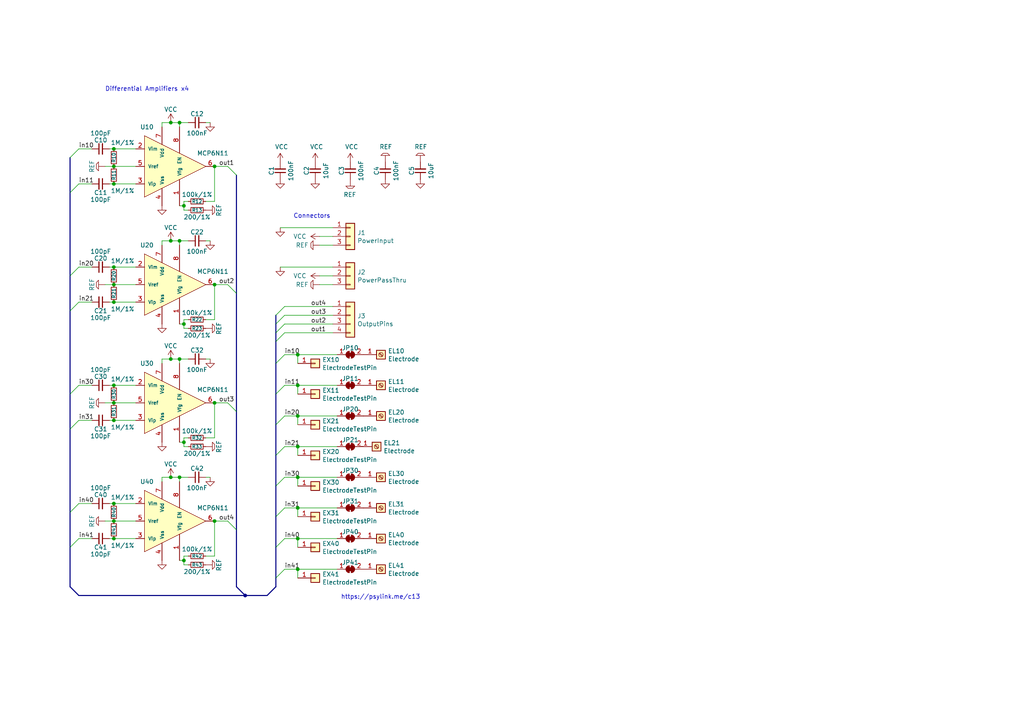
<source format=kicad_sch>
(kicad_sch (version 20211123) (generator eeschema)
  (paper "A4")
  (lib_symbols
    (symbol "Connector:Screw_Terminal_01x01" (pin_names (offset 1.016) hide)
      (property "Reference" "J" (at 0 2.54 0))
      (property "Value" "Screw_Terminal_01x01" (at 0 -2.54 0))
      (symbol "Screw_Terminal_01x01_1_1"
        (rectangle (start -1.27 1.27) (end 1.27 -1.27) (stroke (width 0.254)) (fill (type background)))
        (polyline (pts (xy -0.5334 0.3302) (xy 0.3302 -0.508)) (stroke (width 0.1524)))
        (polyline (pts (xy -0.3556 0.508) (xy 0.508 -0.3302)) (stroke (width 0.1524)))
        (circle (center 0 0) (radius 0.635) (stroke (width 0.1524)))
        (pin passive line (at -5.08 0 0) (length 3.81) (name "Pin_1") (number "1"))
      )
    )
    (symbol "Connector_Generic:Conn_01x01" (pin_names (offset 1.016) hide)
      (property "Reference" "J" (at 0 2.54 0))
      (property "Value" "Conn_01x01" (at 0 -2.54 0))
      (symbol "Conn_01x01_1_1"
        (rectangle (start -1.27 0.127) (end 0 -0.127) (stroke (width 0.1524)))
        (rectangle (start -1.27 1.27) (end 1.27 -1.27) (stroke (width 0.254)) (fill (type background)))
        (pin passive line (at -5.08 0 0) (length 3.81) (name "Pin_1") (number "1"))
      )
    )
    (symbol "Connector_Generic:Conn_01x03" (pin_names (offset 1.016) hide)
      (property "Reference" "J" (at 0 5.08 0))
      (property "Value" "Conn_01x03" (at 0 -5.08 0))
      (symbol "Conn_01x03_1_1"
        (rectangle (start -1.27 -2.413) (end 0 -2.667) (stroke (width 0.1524)))
        (rectangle (start -1.27 0.127) (end 0 -0.127) (stroke (width 0.1524)))
        (rectangle (start -1.27 2.667) (end 0 2.413) (stroke (width 0.1524)))
        (rectangle (start -1.27 3.81) (end 1.27 -3.81) (stroke (width 0.254)) (fill (type background)))
        (pin passive line (at -5.08 2.54 0) (length 3.81) (name "Pin_1") (number "1"))
        (pin passive line (at -5.08 0 0) (length 3.81) (name "Pin_2") (number "2"))
        (pin passive line (at -5.08 -2.54 0) (length 3.81) (name "Pin_3") (number "3"))
      )
    )
    (symbol "Connector_Generic:Conn_01x04" (pin_names (offset 1.016) hide)
      (property "Reference" "J" (at 0 5.08 0))
      (property "Value" "Conn_01x04" (at 0 -7.62 0))
      (symbol "Conn_01x04_1_1"
        (rectangle (start -1.27 -4.953) (end 0 -5.207) (stroke (width 0.1524)))
        (rectangle (start -1.27 -2.413) (end 0 -2.667) (stroke (width 0.1524)))
        (rectangle (start -1.27 0.127) (end 0 -0.127) (stroke (width 0.1524)))
        (rectangle (start -1.27 2.667) (end 0 2.413) (stroke (width 0.1524)))
        (rectangle (start -1.27 3.81) (end 1.27 -6.35) (stroke (width 0.254)) (fill (type background)))
        (pin passive line (at -5.08 2.54 0) (length 3.81) (name "Pin_1") (number "1"))
        (pin passive line (at -5.08 0 0) (length 3.81) (name "Pin_2") (number "2"))
        (pin passive line (at -5.08 -2.54 0) (length 3.81) (name "Pin_3") (number "3"))
        (pin passive line (at -5.08 -5.08 0) (length 3.81) (name "Pin_4") (number "4"))
      )
    )
    (symbol "Device:C_Small" (pin_numbers hide) (pin_names (offset 0.254) hide)
      (property "Reference" "C" (at 0.254 1.778 0))
      (property "Value" "C_Small" (at 0.254 -2.032 0))
      (symbol "C_Small_0_1"
        (polyline (pts (xy -1.524 -0.508) (xy 1.524 -0.508)) (stroke (width 0.3302)))
        (polyline (pts (xy -1.524 0.508) (xy 1.524 0.508)) (stroke (width 0.3048)))
      )
      (symbol "C_Small_1_1"
        (pin passive line (at 0 2.54 270) (length 2.032) (name "~") (number "1"))
        (pin passive line (at 0 -2.54 90) (length 2.032) (name "~") (number "2"))
      )
    )
    (symbol "Device:R_Small" (pin_numbers hide) (pin_names (offset 0.254) hide)
      (property "Reference" "R" (at 0.762 0.508 0))
      (property "Value" "R_Small" (at 0.762 -1.016 0))
      (symbol "R_Small_0_1"
        (rectangle (start -0.762 1.778) (end 0.762 -1.778) (stroke (width 0.2032)))
      )
      (symbol "R_Small_1_1"
        (pin passive line (at 0 2.54 270) (length 0.762) (name "~") (number "1"))
        (pin passive line (at 0 -2.54 90) (length 0.762) (name "~") (number "2"))
      )
    )
    (symbol "Jumper:SolderJumper_2_Bridged" (pin_names (offset 0) hide)
      (property "Reference" "JP" (at 0 2.032 0))
      (property "Value" "SolderJumper_2_Bridged" (at 0 -2.54 0))
      (symbol "SolderJumper_2_Bridged_0_1"
        (rectangle (start -0.508 0.508) (end 0.508 -0.508) (fill (type outline)))
        (arc (start -0.254 1.016) (mid -1.27 0) (end -0.254 -1.016))
        (arc (start -0.254 1.016) (mid -1.27 0) (end -0.254 -1.016) (fill (type outline)))
        (polyline (pts (xy -0.254 1.016) (xy -0.254 -1.016)))
        (polyline (pts (xy 0.254 1.016) (xy 0.254 -1.016)))
        (arc (start 0.254 -1.016) (mid 1.27 0) (end 0.254 1.016))
        (arc (start 0.254 -1.016) (mid 1.27 0) (end 0.254 1.016) (fill (type outline)))
      )
      (symbol "SolderJumper_2_Bridged_1_1"
        (pin passive line (at -3.81 0 0) (length 2.54) (name "A") (number "1"))
        (pin passive line (at 3.81 0 180) (length 2.54) (name "B") (number "2"))
      )
    )
    (symbol "MCP6N11:MCP6N11" (pin_names (offset 1.016))
      (property "Reference" "U" (at 10.16 3.81 0))
      (property "Value" "MCP6N11" (at 13.97 -3.81 0))
      (symbol "MCP6N11_0_1"
        (polyline (pts (xy -7.62 8.89) (xy -7.62 -8.89)) (fill (type background)))
        (polyline (pts (xy -7.62 8.89) (xy 10.16 0) (xy -7.62 -8.89)) (fill (type background)))
      )
      (symbol "MCP6N11_1_1"
        (pin passive line (at 2.54 -11.43 90) (length 7.62) (name "Vfg") (number "1"))
        (pin passive line (at -10.16 5.08 0) (length 2.54) (name "Vim") (number "2"))
        (pin passive line (at -10.16 -5.08 0) (length 2.54) (name "Vip") (number "3"))
        (pin passive line (at -2.54 -11.43 90) (length 5.08) (name "Vss") (number "4"))
        (pin passive line (at -10.16 0 0) (length 2.54) (name "Vref") (number "5"))
        (pin passive line (at 12.7 0 180) (length 2.54) (name "Vout") (number "6"))
        (pin passive line (at -2.54 11.43 270) (length 5.08) (name "Vdd") (number "7"))
        (pin passive line (at 2.54 11.43 270) (length 7.62) (name "EN") (number "8"))
      )
    )
    (symbol "MCP6N11:REF" (power) (pin_names (offset 0))
      (property "Value" "REF" (at 0 3.81 0))
      (symbol "REF_0_0"
        (pin power_in line (at 0 0 90) (length 0) hide (name "REF") (number "1"))
      )
      (symbol "REF_0_1"
        (polyline (pts (xy -1.27 1.905) (xy -0.635 2.54) (xy 0.635 2.54) (xy 1.27 1.905)))
        (polyline (pts (xy 0 0) (xy 0 1.905) (xy 1.27 1.905) (xy -1.27 1.905)))
      )
    )
    (symbol "power:GND" (power) (pin_names (offset 0))
      (property "Value" "GND" (at 0 -3.81 0))
      (symbol "GND_0_1"
        (polyline (pts (xy 0 0) (xy 0 -1.27) (xy 1.27 -1.27) (xy 0 -2.54) (xy -1.27 -1.27) (xy 0 -1.27)))
      )
      (symbol "GND_1_1"
        (pin power_in line (at 0 0 270) (length 0) hide (name "GND") (number "1"))
      )
    )
    (symbol "power:VCC" (power) (pin_names (offset 0))
      (property "Value" "VCC" (at 0 3.81 0))
      (symbol "VCC_0_1"
        (polyline (pts (xy -0.762 1.27) (xy 0 2.54)))
        (polyline (pts (xy 0 0) (xy 0 2.54)))
        (polyline (pts (xy 0 2.54) (xy 0.762 1.27)))
      )
      (symbol "VCC_1_1"
        (pin power_in line (at 0 0 90) (length 0) hide (name "VCC") (number "1"))
      )
    )
  )
  (junction (at 62.23 82.55))
  (junction (at 53.34 93.98))
  (junction (at 53.34 59.69))
  (junction (at 86.36 129.54))
  (junction (at 49.53 138.43))
  (junction (at 33.02 77.47))
  (junction (at 49.53 35.56))
  (junction (at 33.02 121.92))
  (junction (at 86.36 147.32))
  (junction (at 33.02 151.13))
  (junction (at 33.02 87.63))
  (junction (at 86.36 120.65))
  (junction (at 52.07 138.43))
  (junction (at 53.34 162.56))
  (junction (at 33.02 116.84))
  (junction (at 86.36 102.87))
  (junction (at 52.07 35.56))
  (junction (at 33.02 111.76))
  (junction (at 49.53 104.14))
  (junction (at 52.07 69.85))
  (junction (at 33.02 146.05))
  (junction (at 86.36 111.76))
  (junction (at 71.12 172.72))
  (junction (at 86.36 138.43))
  (junction (at 62.23 48.26))
  (junction (at 49.53 69.85))
  (junction (at 62.23 151.13))
  (junction (at 62.23 116.84))
  (junction (at 33.02 48.26))
  (junction (at 33.02 43.18))
  (junction (at 53.34 128.27))
  (junction (at 86.36 156.21))
  (junction (at 33.02 156.21))
  (junction (at 33.02 53.34))
  (junction (at 52.07 104.14))
  (junction (at 33.02 82.55))
  (junction (at 86.36 165.1))
  (bus_entry (at 20.32 55.88) (size 2.54 -2.54))
  (bus_entry (at 80.01 167.64) (size 2.54 -2.54))
  (bus_entry (at 80.01 140.97) (size 2.54 -2.54))
  (bus_entry (at 20.32 124.46) (size 2.54 -2.54))
  (bus_entry (at 80.01 93.98) (size 2.54 -2.54))
  (bus_entry (at 80.01 158.75) (size 2.54 -2.54))
  (bus_entry (at 80.01 99.06) (size 2.54 -2.54))
  (bus_entry (at 66.04 82.55) (size 2.54 2.54))
  (bus_entry (at 20.32 45.72) (size 2.54 -2.54))
  (bus_entry (at 80.01 96.52) (size 2.54 -2.54))
  (bus_entry (at 20.32 158.75) (size 2.54 -2.54))
  (bus_entry (at 20.32 80.01) (size 2.54 -2.54))
  (bus_entry (at 80.01 91.44) (size 2.54 -2.54))
  (bus_entry (at 80.01 114.3) (size 2.54 -2.54))
  (bus_entry (at 80.01 149.86) (size 2.54 -2.54))
  (bus_entry (at 66.04 151.13) (size 2.54 2.54))
  (bus_entry (at 66.04 116.84) (size 2.54 2.54))
  (bus_entry (at 66.04 48.26) (size 2.54 2.54))
  (bus_entry (at 20.32 90.17) (size 2.54 -2.54))
  (bus_entry (at 80.01 123.19) (size 2.54 -2.54))
  (bus_entry (at 80.01 105.41) (size 2.54 -2.54))
  (bus_entry (at 20.32 148.59) (size 2.54 -2.54))
  (bus_entry (at 80.01 132.08) (size 2.54 -2.54))
  (bus_entry (at 20.32 114.3) (size 2.54 -2.54))
  (wire (pts (xy 26.67 111.76) (xy 22.86 111.76)))
  (wire (pts (xy 59.69 138.43) (xy 60.96 138.43)))
  (wire (pts (xy 33.02 156.21) (xy 39.37 156.21)))
  (wire (pts (xy 82.55 156.21) (xy 86.36 156.21)))
  (wire (pts (xy 59.69 127) (xy 62.23 127)))
  (wire (pts (xy 33.02 121.92) (xy 39.37 121.92)))
  (wire (pts (xy 82.55 165.1) (xy 86.36 165.1)))
  (wire (pts (xy 59.69 104.14) (xy 60.96 104.14)))
  (wire (pts (xy 46.99 69.85) (xy 49.53 69.85)))
  (wire (pts (xy 92.71 68.58) (xy 96.52 68.58)))
  (wire (pts (xy 86.36 167.64) (xy 86.36 165.1)))
  (wire (pts (xy 54.61 161.29) (xy 53.34 161.29)))
  (wire (pts (xy 86.36 120.65) (xy 97.79 120.65)))
  (wire (pts (xy 82.55 96.52) (xy 96.52 96.52)))
  (wire (pts (xy 59.69 58.42) (xy 62.23 58.42)))
  (wire (pts (xy 53.34 59.69) (xy 53.34 60.96)))
  (bus (pts (xy 80.01 167.64) (xy 80.01 170.18)))
  (wire (pts (xy 49.53 104.14) (xy 52.07 104.14)))
  (wire (pts (xy 53.34 60.96) (xy 54.61 60.96)))
  (wire (pts (xy 86.36 123.19) (xy 86.36 120.65)))
  (bus (pts (xy 80.01 123.19) (xy 80.01 132.08)))
  (bus (pts (xy 20.32 148.59) (xy 20.32 158.75)))
  (wire (pts (xy 52.07 104.14) (xy 54.61 104.14)))
  (wire (pts (xy 54.61 58.42) (xy 53.34 58.42)))
  (wire (pts (xy 46.99 139.7) (xy 46.99 138.43)))
  (wire (pts (xy 49.53 69.85) (xy 52.07 69.85)))
  (bus (pts (xy 20.32 124.46) (xy 20.32 148.59)))
  (wire (pts (xy 86.36 132.08) (xy 86.36 129.54)))
  (wire (pts (xy 52.07 36.83) (xy 52.07 35.56)))
  (wire (pts (xy 52.07 69.85) (xy 54.61 69.85)))
  (wire (pts (xy 52.07 71.12) (xy 52.07 69.85)))
  (bus (pts (xy 68.58 153.67) (xy 68.58 170.18)))
  (wire (pts (xy 66.04 48.26) (xy 62.23 48.26)))
  (bus (pts (xy 80.01 132.08) (xy 80.01 140.97)))
  (wire (pts (xy 86.36 158.75) (xy 86.36 156.21)))
  (wire (pts (xy 81.28 77.47) (xy 96.52 77.47)))
  (wire (pts (xy 33.02 87.63) (xy 39.37 87.63)))
  (wire (pts (xy 82.55 88.9) (xy 96.52 88.9)))
  (wire (pts (xy 62.23 161.29) (xy 62.23 151.13)))
  (wire (pts (xy 59.69 161.29) (xy 62.23 161.29)))
  (wire (pts (xy 86.36 129.54) (xy 97.79 129.54)))
  (wire (pts (xy 52.07 105.41) (xy 52.07 104.14)))
  (wire (pts (xy 86.36 140.97) (xy 86.36 138.43)))
  (wire (pts (xy 31.75 146.05) (xy 33.02 146.05)))
  (bus (pts (xy 68.58 170.18) (xy 71.12 172.72)))
  (wire (pts (xy 49.53 35.56) (xy 52.07 35.56)))
  (wire (pts (xy 92.71 80.01) (xy 96.52 80.01)))
  (wire (pts (xy 53.34 95.25) (xy 54.61 95.25)))
  (wire (pts (xy 81.28 66.04) (xy 96.52 66.04)))
  (wire (pts (xy 52.07 93.98) (xy 53.34 93.98)))
  (wire (pts (xy 26.67 77.47) (xy 22.86 77.47)))
  (wire (pts (xy 31.75 111.76) (xy 33.02 111.76)))
  (wire (pts (xy 30.48 48.26) (xy 33.02 48.26)))
  (wire (pts (xy 52.07 138.43) (xy 54.61 138.43)))
  (wire (pts (xy 31.75 87.63) (xy 33.02 87.63)))
  (wire (pts (xy 66.04 82.55) (xy 62.23 82.55)))
  (wire (pts (xy 31.75 53.34) (xy 33.02 53.34)))
  (wire (pts (xy 46.99 105.41) (xy 46.99 104.14)))
  (wire (pts (xy 52.07 162.56) (xy 53.34 162.56)))
  (wire (pts (xy 86.36 105.41) (xy 86.36 102.87)))
  (bus (pts (xy 80.01 99.06) (xy 80.01 105.41)))
  (wire (pts (xy 53.34 58.42) (xy 53.34 59.69)))
  (bus (pts (xy 80.01 158.75) (xy 80.01 167.64)))
  (wire (pts (xy 86.36 165.1) (xy 97.79 165.1)))
  (wire (pts (xy 33.02 111.76) (xy 39.37 111.76)))
  (wire (pts (xy 86.36 111.76) (xy 97.79 111.76)))
  (wire (pts (xy 26.67 43.18) (xy 22.86 43.18)))
  (wire (pts (xy 46.99 138.43) (xy 49.53 138.43)))
  (wire (pts (xy 53.34 127) (xy 53.34 128.27)))
  (wire (pts (xy 82.55 111.76) (xy 86.36 111.76)))
  (wire (pts (xy 59.69 92.71) (xy 62.23 92.71)))
  (wire (pts (xy 82.55 102.87) (xy 86.36 102.87)))
  (bus (pts (xy 80.01 149.86) (xy 80.01 158.75)))
  (wire (pts (xy 82.55 129.54) (xy 86.36 129.54)))
  (wire (pts (xy 30.48 82.55) (xy 33.02 82.55)))
  (wire (pts (xy 31.75 77.47) (xy 33.02 77.47)))
  (wire (pts (xy 86.36 156.21) (xy 97.79 156.21)))
  (bus (pts (xy 80.01 96.52) (xy 80.01 99.06)))
  (wire (pts (xy 33.02 53.34) (xy 39.37 53.34)))
  (wire (pts (xy 31.75 43.18) (xy 33.02 43.18)))
  (bus (pts (xy 20.32 55.88) (xy 20.32 80.01)))
  (wire (pts (xy 53.34 128.27) (xy 53.34 129.54)))
  (wire (pts (xy 54.61 92.71) (xy 53.34 92.71)))
  (wire (pts (xy 39.37 116.84) (xy 33.02 116.84)))
  (wire (pts (xy 49.53 138.43) (xy 52.07 138.43)))
  (wire (pts (xy 33.02 146.05) (xy 39.37 146.05)))
  (wire (pts (xy 53.34 161.29) (xy 53.34 162.56)))
  (wire (pts (xy 26.67 121.92) (xy 22.86 121.92)))
  (bus (pts (xy 80.01 91.44) (xy 80.01 93.98)))
  (wire (pts (xy 62.23 92.71) (xy 62.23 82.55)))
  (wire (pts (xy 82.55 147.32) (xy 86.36 147.32)))
  (wire (pts (xy 39.37 48.26) (xy 33.02 48.26)))
  (bus (pts (xy 80.01 114.3) (xy 80.01 123.19)))
  (wire (pts (xy 53.34 162.56) (xy 53.34 163.83)))
  (wire (pts (xy 39.37 82.55) (xy 33.02 82.55)))
  (wire (pts (xy 26.67 156.21) (xy 22.86 156.21)))
  (bus (pts (xy 20.32 80.01) (xy 20.32 90.17)))
  (wire (pts (xy 82.55 138.43) (xy 86.36 138.43)))
  (wire (pts (xy 30.48 116.84) (xy 33.02 116.84)))
  (wire (pts (xy 46.99 36.83) (xy 46.99 35.56)))
  (wire (pts (xy 86.36 149.86) (xy 86.36 147.32)))
  (bus (pts (xy 80.01 140.97) (xy 80.01 149.86)))
  (wire (pts (xy 82.55 93.98) (xy 96.52 93.98)))
  (wire (pts (xy 82.55 91.44) (xy 96.52 91.44)))
  (wire (pts (xy 31.75 156.21) (xy 33.02 156.21)))
  (wire (pts (xy 86.36 102.87) (xy 97.79 102.87)))
  (wire (pts (xy 31.75 121.92) (xy 33.02 121.92)))
  (wire (pts (xy 66.04 116.84) (xy 62.23 116.84)))
  (wire (pts (xy 52.07 139.7) (xy 52.07 138.43)))
  (wire (pts (xy 54.61 127) (xy 53.34 127)))
  (wire (pts (xy 46.99 71.12) (xy 46.99 69.85)))
  (wire (pts (xy 59.69 69.85) (xy 60.96 69.85)))
  (wire (pts (xy 53.34 129.54) (xy 54.61 129.54)))
  (wire (pts (xy 82.55 120.65) (xy 86.36 120.65)))
  (bus (pts (xy 20.32 114.3) (xy 20.32 124.46)))
  (wire (pts (xy 30.48 151.13) (xy 33.02 151.13)))
  (wire (pts (xy 26.67 87.63) (xy 22.86 87.63)))
  (wire (pts (xy 39.37 151.13) (xy 33.02 151.13)))
  (bus (pts (xy 20.32 45.72) (xy 20.32 55.88)))
  (bus (pts (xy 20.32 158.75) (xy 20.32 170.18)))
  (wire (pts (xy 53.34 92.71) (xy 53.34 93.98)))
  (wire (pts (xy 52.07 35.56) (xy 54.61 35.56)))
  (wire (pts (xy 53.34 93.98) (xy 53.34 95.25)))
  (wire (pts (xy 53.34 163.83) (xy 54.61 163.83)))
  (wire (pts (xy 59.69 35.56) (xy 60.96 35.56)))
  (bus (pts (xy 68.58 50.8) (xy 68.58 85.09)))
  (wire (pts (xy 52.07 128.27) (xy 53.34 128.27)))
  (wire (pts (xy 92.71 71.12) (xy 96.52 71.12)))
  (bus (pts (xy 77.47 172.72) (xy 80.01 170.18)))
  (wire (pts (xy 26.67 53.34) (xy 22.86 53.34)))
  (bus (pts (xy 80.01 93.98) (xy 80.01 96.52)))
  (bus (pts (xy 68.58 85.09) (xy 68.58 119.38)))
  (bus (pts (xy 20.32 90.17) (xy 20.32 114.3)))
  (wire (pts (xy 33.02 77.47) (xy 39.37 77.47)))
  (wire (pts (xy 62.23 58.42) (xy 62.23 48.26)))
  (wire (pts (xy 92.71 82.55) (xy 96.52 82.55)))
  (wire (pts (xy 46.99 104.14) (xy 49.53 104.14)))
  (wire (pts (xy 86.36 114.3) (xy 86.36 111.76)))
  (bus (pts (xy 80.01 105.41) (xy 80.01 114.3)))
  (wire (pts (xy 26.67 146.05) (xy 22.86 146.05)))
  (wire (pts (xy 33.02 43.18) (xy 39.37 43.18)))
  (wire (pts (xy 46.99 35.56) (xy 49.53 35.56)))
  (bus (pts (xy 68.58 119.38) (xy 68.58 153.67)))
  (wire (pts (xy 52.07 59.69) (xy 53.34 59.69)))
  (wire (pts (xy 86.36 138.43) (xy 97.79 138.43)))
  (wire (pts (xy 62.23 127) (xy 62.23 116.84)))
  (bus (pts (xy 71.12 172.72) (xy 77.47 172.72)))
  (wire (pts (xy 66.04 151.13) (xy 62.23 151.13)))
  (wire (pts (xy 86.36 147.32) (xy 97.79 147.32)))
  (bus (pts (xy 22.86 172.72) (xy 71.12 172.72)))
  (bus (pts (xy 20.32 170.18) (xy 22.86 172.72)))
  (text "Connectors" (at 85.09 63.5 0) (effects (font (size 1.27 1.27)) (justify left bottom)))
  (text "https://psylink.me/c13" (at 121.92 173.99 180) (effects (font (size 1.27 1.27)) (justify right bottom)))
  (text "Differential Amplifiers x4" (at 30.48 26.67 0) (effects (font (size 1.27 1.27)) (justify left bottom)))
  (label "in11" (at 82.55 111.76 0))
  (label "out2" (at 63.5 82.55 0))
  (label "out1" (at 90.17 96.52 0))
  (label "in30" (at 82.55 138.43 0))
  (label "in20" (at 22.86 77.47 0))
  (label "in31" (at 22.86 121.92 0))
  (label "in10" (at 82.55 102.87 0))
  (label "in10" (at 22.86 43.18 0))
  (label "out1" (at 63.5 48.26 0))
  (label "in21" (at 82.55 129.54 0))
  (label "in21" (at 22.86 87.63 0))
  (label "in40" (at 22.86 146.05 0))
  (label "out3" (at 63.5 116.84 0))
  (label "in11" (at 22.86 53.34 0))
  (label "in41" (at 22.86 156.21 0))
  (label "out4" (at 90.17 88.9 0))
  (label "in31" (at 82.55 147.32 0))
  (label "in20" (at 82.55 120.65 0))
  (label "out3" (at 90.17 91.44 0))
  (label "in40" (at 82.55 156.21 0))
  (label "in30" (at 22.86 111.76 0))
  (label "in41" (at 82.55 165.1 0))
  (label "out4" (at 63.5 151.13 0))
  (label "out2" (at 90.17 93.98 0))
  (symbol (lib_id "Connector_Generic:Conn_01x04") (at 101.6 91.44 0) (unit 1)
    (property "Reference" "J3" (at 103.632 91.6432 0) (effects (justify left)))
    (property "Value" "OutputPins" (at 103.632 93.9546 0) (effects (justify left)))
    (property "Footprint" "Connector_PinHeader_2.54mm:PinHeader_1x04_P2.54mm_Vertical" (effects hide))
  )
  (symbol (lib_id "power:VCC") (at 92.71 68.58 90) (unit 1)
    (property "Reference" "#PWR047" (effects hide))
    (property "Value" "VCC" (at 88.9 68.58 90) (effects (justify left)))
  )
  (symbol (lib_id "Connector_Generic:Conn_01x03") (at 101.6 68.58 0) (unit 1)
    (property "Reference" "J1" (at 103.632 67.5132 0) (effects (justify left)))
    (property "Value" "PowerInput" (at 103.632 69.8246 0) (effects (justify left)))
    (property "Footprint" "Connector_PinHeader_2.54mm:PinHeader_1x03_P2.54mm_Vertical" (effects hide))
  )
  (symbol (lib_id "power:VCC") (at 92.71 80.01 90) (unit 1)
    (property "Reference" "#PWR049" (effects hide))
    (property "Value" "VCC" (at 88.9 80.01 90) (effects (justify left)))
  )
  (symbol (lib_id "Connector_Generic:Conn_01x03") (at 101.6 80.01 0) (unit 1)
    (property "Reference" "J2" (at 103.632 78.9432 0) (effects (justify left)))
    (property "Value" "PowerPassThru" (at 103.632 81.2546 0) (effects (justify left)))
    (property "Footprint" "Connector_PinHeader_2.54mm:PinHeader_1x03_P2.54mm_Vertical" (effects hide))
  )
  (symbol (lib_id "Jumper:SolderJumper_2_Bridged") (at 101.6 165.1 0) (unit 1)
    (property "Reference" "JP41" (at 101.6 163.1442 0))
    (property "Value" "SolderJumper_2_Bridged" (effects hide))
    (property "Footprint" "Jumper:SolderJumper-2_P1.3mm_Bridged_RoundedPad1.0x1.5mm" (effects hide))
  )
  (symbol (lib_id "Jumper:SolderJumper_2_Bridged") (at 101.6 156.21 0) (unit 1)
    (property "Reference" "JP40" (at 101.6 154.2542 0))
    (property "Value" "SolderJumper_2_Bridged" (effects hide))
    (property "Footprint" "Jumper:SolderJumper-2_P1.3mm_Bridged_RoundedPad1.0x1.5mm" (effects hide))
  )
  (symbol (lib_id "Jumper:SolderJumper_2_Bridged") (at 101.6 147.32 0) (unit 1)
    (property "Reference" "JP31" (at 101.6 145.3642 0))
    (property "Value" "SolderJumper_2_Bridged" (effects hide))
    (property "Footprint" "Jumper:SolderJumper-2_P1.3mm_Bridged_RoundedPad1.0x1.5mm" (effects hide))
  )
  (symbol (lib_id "Jumper:SolderJumper_2_Bridged") (at 101.6 138.43 0) (unit 1)
    (property "Reference" "JP30" (at 101.6 136.4742 0))
    (property "Value" "SolderJumper_2_Bridged" (effects hide))
    (property "Footprint" "Jumper:SolderJumper-2_P1.3mm_Bridged_RoundedPad1.0x1.5mm" (effects hide))
  )
  (symbol (lib_id "Jumper:SolderJumper_2_Bridged") (at 101.6 129.54 0) (unit 1)
    (property "Reference" "JP21" (at 101.6 127.5842 0))
    (property "Value" "SolderJumper_2_Bridged" (effects hide))
    (property "Footprint" "Jumper:SolderJumper-2_P1.3mm_Bridged_RoundedPad1.0x1.5mm" (effects hide))
  )
  (symbol (lib_id "Jumper:SolderJumper_2_Bridged") (at 101.6 120.65 0) (unit 1)
    (property "Reference" "JP20" (at 101.6 118.6942 0))
    (property "Value" "SolderJumper_2_Bridged" (effects hide))
    (property "Footprint" "Jumper:SolderJumper-2_P1.3mm_Bridged_RoundedPad1.0x1.5mm" (effects hide))
  )
  (symbol (lib_id "Jumper:SolderJumper_2_Bridged") (at 101.6 111.76 0) (unit 1)
    (property "Reference" "JP11" (at 101.6 109.8042 0))
    (property "Value" "SolderJumper_2_Bridged" (effects hide))
    (property "Footprint" "Jumper:SolderJumper-2_P1.3mm_Bridged_RoundedPad1.0x1.5mm" (effects hide))
  )
  (symbol (lib_id "Jumper:SolderJumper_2_Bridged") (at 101.6 102.87 0) (unit 1)
    (property "Reference" "JP10" (at 101.6 100.9142 0))
    (property "Value" "SolderJumper_2_Bridged" (effects hide))
    (property "Footprint" "Jumper:SolderJumper-2_P1.3mm_Bridged_RoundedPad1.0x1.5mm" (effects hide))
  )
  (symbol (lib_id "Connector:Screw_Terminal_01x01") (at 110.49 102.87 0) (unit 1)
    (property "Reference" "EL10" (at 112.522 101.8032 0) (effects (justify left)))
    (property "Value" "Electrode" (at 112.522 104.1146 0) (effects (justify left)))
    (property "Footprint" "MountingHole:MountingHole_3.7mm_Pad" (effects hide))
  )
  (symbol (lib_id "Connector:Screw_Terminal_01x01") (at 110.49 111.76 0) (unit 1)
    (property "Reference" "EL11" (at 112.522 110.6932 0) (effects (justify left)))
    (property "Value" "Electrode" (at 112.522 113.0046 0) (effects (justify left)))
    (property "Footprint" "MountingHole:MountingHole_3.7mm_Pad" (effects hide))
  )
  (symbol (lib_id "Connector:Screw_Terminal_01x01") (at 110.49 165.1 0) (unit 1)
    (property "Reference" "EL41" (at 112.522 164.0332 0) (effects (justify left)))
    (property "Value" "Electrode" (at 112.522 166.3446 0) (effects (justify left)))
    (property "Footprint" "MountingHole:MountingHole_3.7mm_Pad" (effects hide))
  )
  (symbol (lib_id "Connector_Generic:Conn_01x01") (at 91.44 123.19 0) (unit 1)
    (property "Reference" "EX21" (at 93.472 122.1232 0) (effects (justify left)))
    (property "Value" "ElectrodeTestPin" (at 93.472 124.4346 0) (effects (justify left)))
    (property "Footprint" "Connector_PinHeader_2.54mm:PinHeader_1x01_P2.54mm_Vertical" (effects hide))
  )
  (symbol (lib_id "Connector_Generic:Conn_01x01") (at 91.44 167.64 0) (unit 1)
    (property "Reference" "EX41" (at 93.472 166.5732 0) (effects (justify left)))
    (property "Value" "ElectrodeTestPin" (at 93.472 168.8846 0) (effects (justify left)))
    (property "Footprint" "Connector_PinHeader_2.54mm:PinHeader_1x01_P2.54mm_Vertical" (effects hide))
  )
  (symbol (lib_id "Connector_Generic:Conn_01x01") (at 91.44 158.75 0) (unit 1)
    (property "Reference" "EX40" (at 93.472 157.6832 0) (effects (justify left)))
    (property "Value" "ElectrodeTestPin" (at 93.472 159.9946 0) (effects (justify left)))
    (property "Footprint" "Connector_PinHeader_2.54mm:PinHeader_1x01_P2.54mm_Vertical" (effects hide))
  )
  (symbol (lib_id "Connector_Generic:Conn_01x01") (at 91.44 149.86 0) (unit 1)
    (property "Reference" "EX31" (at 93.472 148.7932 0) (effects (justify left)))
    (property "Value" "ElectrodeTestPin" (at 93.472 151.1046 0) (effects (justify left)))
    (property "Footprint" "Connector_PinHeader_2.54mm:PinHeader_1x01_P2.54mm_Vertical" (effects hide))
  )
  (symbol (lib_id "Connector_Generic:Conn_01x01") (at 91.44 140.97 0) (unit 1)
    (property "Reference" "EX30" (at 93.472 139.9032 0) (effects (justify left)))
    (property "Value" "ElectrodeTestPin" (at 93.472 142.2146 0) (effects (justify left)))
    (property "Footprint" "Connector_PinHeader_2.54mm:PinHeader_1x01_P2.54mm_Vertical" (effects hide))
  )
  (symbol (lib_id "Connector_Generic:Conn_01x01") (at 91.44 132.08 0) (unit 1)
    (property "Reference" "EX20" (at 93.472 131.0132 0) (effects (justify left)))
    (property "Value" "ElectrodeTestPin" (at 93.472 133.3246 0) (effects (justify left)))
    (property "Footprint" "Connector_PinHeader_2.54mm:PinHeader_1x01_P2.54mm_Vertical" (effects hide))
  )
  (symbol (lib_id "Connector_Generic:Conn_01x01") (at 91.44 105.41 0) (unit 1)
    (property "Reference" "EX10" (at 93.472 104.3432 0) (effects (justify left)))
    (property "Value" "ElectrodeTestPin" (at 93.472 106.6546 0) (effects (justify left)))
    (property "Footprint" "Connector_PinHeader_2.54mm:PinHeader_1x01_P2.54mm_Vertical" (effects hide))
  )
  (symbol (lib_id "Connector_Generic:Conn_01x01") (at 91.44 114.3 0) (unit 1)
    (property "Reference" "EX11" (at 93.472 113.2332 0) (effects (justify left)))
    (property "Value" "ElectrodeTestPin" (at 93.472 115.5446 0) (effects (justify left)))
    (property "Footprint" "Connector_PinHeader_2.54mm:PinHeader_1x01_P2.54mm_Vertical" (effects hide))
  )
  (symbol (lib_id "Connector:Screw_Terminal_01x01") (at 110.49 156.21 0) (unit 1)
    (property "Reference" "EL40" (at 112.522 155.1432 0) (effects (justify left)))
    (property "Value" "Electrode" (at 112.522 157.4546 0) (effects (justify left)))
    (property "Footprint" "MountingHole:MountingHole_3.7mm_Pad" (effects hide))
  )
  (symbol (lib_id "Connector:Screw_Terminal_01x01") (at 110.49 147.32 0) (unit 1)
    (property "Reference" "EL31" (at 112.522 146.2532 0) (effects (justify left)))
    (property "Value" "Electrode" (at 112.522 148.5646 0) (effects (justify left)))
    (property "Footprint" "MountingHole:MountingHole_3.7mm_Pad" (effects hide))
  )
  (symbol (lib_id "Connector:Screw_Terminal_01x01") (at 110.49 138.43 0) (unit 1)
    (property "Reference" "EL30" (at 112.522 137.3632 0) (effects (justify left)))
    (property "Value" "Electrode" (at 112.522 139.6746 0) (effects (justify left)))
    (property "Footprint" "MountingHole:MountingHole_3.7mm_Pad" (effects hide))
  )
  (symbol (lib_id "Connector:Screw_Terminal_01x01") (at 109.22 129.54 0) (unit 1)
    (property "Reference" "EL21" (at 111.252 128.4732 0) (effects (justify left)))
    (property "Value" "Electrode" (at 111.252 130.7846 0) (effects (justify left)))
    (property "Footprint" "MountingHole:MountingHole_3.7mm_Pad" (effects hide))
  )
  (symbol (lib_id "Connector:Screw_Terminal_01x01") (at 110.49 120.65 0) (unit 1)
    (property "Reference" "EL20" (at 112.522 119.5832 0) (effects (justify left)))
    (property "Value" "Electrode" (at 112.522 121.8946 0) (effects (justify left)))
    (property "Footprint" "MountingHole:MountingHole_3.7mm_Pad" (effects hide))
  )
  (symbol (lib_id "Device:R_Small") (at 33.02 50.8 0) (unit 1)
    (property "Reference" "R11" (at 33.02 50.8 90) (effects (font (size 0.9906 0.9906))))
    (property "Value" "1M/1%" (at 35.56 54.61 0) (effects (justify top)))
    (property "Footprint" "Resistor_SMD:R_0805_2012Metric_Pad1.15x1.40mm_HandSolder" (effects hide))
  )
  (symbol (lib_id "Device:R_Small") (at 33.02 45.72 0) (unit 1)
    (property "Reference" "R10" (at 33.02 45.72 90) (effects (font (size 0.9906 0.9906))))
    (property "Value" "1M/1%" (at 35.56 40.64 0) (effects (justify top)))
    (property "Footprint" "Resistor_SMD:R_0805_2012Metric_Pad1.15x1.40mm_HandSolder" (effects hide))
  )
  (symbol (lib_id "Device:C_Small") (at 29.21 53.34 270) (unit 1)
    (property "Reference" "C11" (at 29.21 55.88 90))
    (property "Value" "100pF" (at 29.21 57.15 90) (effects (justify top)))
    (property "Footprint" "Capacitor_SMD:C_0805_2012Metric_Pad1.15x1.40mm_HandSolder" (effects hide))
  )
  (symbol (lib_id "power:VCC") (at 49.53 35.56 0) (unit 1)
    (property "Reference" "#PWR012" (effects hide))
    (property "Value" "VCC" (at 49.53 31.75 0))
  )
  (symbol (lib_id "Device:C_Small") (at 57.15 35.56 90) (unit 1)
    (property "Reference" "C12" (at 57.15 33.02 90))
    (property "Value" "100nF" (at 57.15 39.37 90) (effects (justify top)))
    (property "Footprint" "Capacitor_SMD:C_0805_2012Metric_Pad1.15x1.40mm_HandSolder" (effects hide))
  )
  (symbol (lib_id "Device:R_Small") (at 57.15 60.96 90) (mirror x) (unit 1)
    (property "Reference" "R13" (at 57.15 60.96 90) (effects (font (size 0.9906 0.9906))))
    (property "Value" "200/1%" (at 57.15 62.23 90) (effects (justify top)))
    (property "Footprint" "Resistor_SMD:R_0805_2012Metric_Pad1.15x1.40mm_HandSolder" (effects hide))
  )
  (symbol (lib_id "Device:R_Small") (at 57.15 58.42 90) (unit 1)
    (property "Reference" "R12" (at 57.15 58.42 90) (effects (font (size 0.9906 0.9906))))
    (property "Value" "100k/1%" (at 57.15 57.15 90) (effects (justify top)))
    (property "Footprint" "Resistor_SMD:R_0805_2012Metric_Pad1.15x1.40mm_HandSolder" (effects hide))
  )
  (symbol (lib_id "MCP6N11:MCP6N11") (at 49.53 48.26 0) (unit 1)
    (property "Reference" "U10" (at 40.64 36.83 0) (effects (justify left)))
    (property "Value" "MCP6N11" (at 57.15 44.45 0) (effects (justify left)))
    (property "Footprint" "Package_SO:SOIC-8_3.9x4.9mm_P1.27mm" (effects hide))
  )
  (symbol (lib_id "MCP6N11:REF") (at 30.48 48.26 90) (unit 1)
    (property "Reference" "#PWR010" (effects hide))
    (property "Value" "REF" (at 26.67 48.26 0))
  )
  (symbol (lib_id "MCP6N11:REF") (at 59.69 60.96 270) (unit 1)
    (property "Reference" "#PWR013" (effects hide))
    (property "Value" "REF" (at 63.5 60.96 0))
  )
  (symbol (lib_id "Device:C_Small") (at 29.21 43.18 90) (unit 1)
    (property "Reference" "C10" (at 29.21 40.64 90))
    (property "Value" "100pF" (at 29.21 39.37 90) (effects (justify top)))
    (property "Footprint" "Capacitor_SMD:C_0805_2012Metric_Pad1.15x1.40mm_HandSolder" (effects hide))
  )
  (symbol (lib_id "Device:R_Small") (at 33.02 85.09 0) (unit 1)
    (property "Reference" "R21" (at 33.02 85.09 90) (effects (font (size 0.9906 0.9906))))
    (property "Value" "1M/1%" (at 35.56 88.9 0) (effects (justify top)))
    (property "Footprint" "Resistor_SMD:R_0805_2012Metric_Pad1.15x1.40mm_HandSolder" (effects hide))
  )
  (symbol (lib_id "Device:C_Small") (at 29.21 77.47 90) (unit 1)
    (property "Reference" "C20" (at 29.21 74.93 90))
    (property "Value" "100pF" (at 29.21 73.66 90) (effects (justify top)))
    (property "Footprint" "Capacitor_SMD:C_0805_2012Metric_Pad1.15x1.40mm_HandSolder" (effects hide))
  )
  (symbol (lib_id "Device:R_Small") (at 33.02 80.01 0) (unit 1)
    (property "Reference" "R20" (at 33.02 80.01 90) (effects (font (size 0.9906 0.9906))))
    (property "Value" "1M/1%" (at 35.56 74.93 0) (effects (justify top)))
    (property "Footprint" "Resistor_SMD:R_0805_2012Metric_Pad1.15x1.40mm_HandSolder" (effects hide))
  )
  (symbol (lib_id "Device:C_Small") (at 29.21 87.63 270) (unit 1)
    (property "Reference" "C21" (at 29.21 90.17 90))
    (property "Value" "100pF" (at 29.21 91.44 90) (effects (justify top)))
    (property "Footprint" "Capacitor_SMD:C_0805_2012Metric_Pad1.15x1.40mm_HandSolder" (effects hide))
  )
  (symbol (lib_id "power:VCC") (at 49.53 69.85 0) (unit 1)
    (property "Reference" "#PWR022" (effects hide))
    (property "Value" "VCC" (at 49.53 66.04 0))
  )
  (symbol (lib_id "Device:C_Small") (at 57.15 69.85 90) (unit 1)
    (property "Reference" "C22" (at 57.15 67.31 90))
    (property "Value" "100nF" (at 57.15 73.66 90) (effects (justify top)))
    (property "Footprint" "Capacitor_SMD:C_0805_2012Metric_Pad1.15x1.40mm_HandSolder" (effects hide))
  )
  (symbol (lib_id "Device:R_Small") (at 57.15 95.25 90) (mirror x) (unit 1)
    (property "Reference" "R23" (at 57.15 95.25 90) (effects (font (size 0.9906 0.9906))))
    (property "Value" "200/1%" (at 57.15 96.52 90) (effects (justify top)))
    (property "Footprint" "Resistor_SMD:R_0805_2012Metric_Pad1.15x1.40mm_HandSolder" (effects hide))
  )
  (symbol (lib_id "Device:R_Small") (at 57.15 92.71 90) (unit 1)
    (property "Reference" "R22" (at 57.15 92.71 90) (effects (font (size 0.9906 0.9906))))
    (property "Value" "100k/1%" (at 57.15 91.44 90) (effects (justify top)))
    (property "Footprint" "Resistor_SMD:R_0805_2012Metric_Pad1.15x1.40mm_HandSolder" (effects hide))
  )
  (symbol (lib_id "MCP6N11:MCP6N11") (at 49.53 82.55 0) (unit 1)
    (property "Reference" "U20" (at 40.64 71.12 0) (effects (justify left)))
    (property "Value" "MCP6N11" (at 57.15 78.74 0) (effects (justify left)))
    (property "Footprint" "Package_SO:SOIC-8_3.9x4.9mm_P1.27mm" (effects hide))
  )
  (symbol (lib_id "MCP6N11:REF") (at 30.48 82.55 90) (unit 1)
    (property "Reference" "#PWR020" (effects hide))
    (property "Value" "REF" (at 26.67 82.55 0))
  )
  (symbol (lib_id "MCP6N11:REF") (at 59.69 95.25 270) (unit 1)
    (property "Reference" "#PWR023" (effects hide))
    (property "Value" "REF" (at 63.5 95.25 0))
  )
  (symbol (lib_id "Device:R_Small") (at 33.02 119.38 0) (unit 1)
    (property "Reference" "R31" (at 33.02 119.38 90) (effects (font (size 0.9906 0.9906))))
    (property "Value" "1M/1%" (at 35.56 123.19 0) (effects (justify top)))
    (property "Footprint" "Resistor_SMD:R_0805_2012Metric_Pad1.15x1.40mm_HandSolder" (effects hide))
  )
  (symbol (lib_id "Device:C_Small") (at 29.21 111.76 90) (unit 1)
    (property "Reference" "C30" (at 29.21 109.22 90))
    (property "Value" "100pF" (at 29.21 107.95 90) (effects (justify top)))
    (property "Footprint" "Capacitor_SMD:C_0805_2012Metric_Pad1.15x1.40mm_HandSolder" (effects hide))
  )
  (symbol (lib_id "Device:R_Small") (at 33.02 114.3 0) (unit 1)
    (property "Reference" "R30" (at 33.02 114.3 90) (effects (font (size 0.9906 0.9906))))
    (property "Value" "1M/1%" (at 35.56 109.22 0) (effects (justify top)))
    (property "Footprint" "Resistor_SMD:R_0805_2012Metric_Pad1.15x1.40mm_HandSolder" (effects hide))
  )
  (symbol (lib_id "Device:C_Small") (at 29.21 121.92 270) (unit 1)
    (property "Reference" "C31" (at 29.21 124.46 90))
    (property "Value" "100pF" (at 29.21 125.73 90) (effects (justify top)))
    (property "Footprint" "Capacitor_SMD:C_0805_2012Metric_Pad1.15x1.40mm_HandSolder" (effects hide))
  )
  (symbol (lib_id "power:VCC") (at 49.53 104.14 0) (unit 1)
    (property "Reference" "#PWR032" (effects hide))
    (property "Value" "VCC" (at 49.53 100.33 0))
  )
  (symbol (lib_id "Device:C_Small") (at 57.15 104.14 90) (unit 1)
    (property "Reference" "C32" (at 57.15 101.6 90))
    (property "Value" "100nF" (at 57.15 107.95 90) (effects (justify top)))
    (property "Footprint" "Capacitor_SMD:C_0805_2012Metric_Pad1.15x1.40mm_HandSolder" (effects hide))
  )
  (symbol (lib_id "Device:R_Small") (at 57.15 129.54 90) (mirror x) (unit 1)
    (property "Reference" "R33" (at 57.15 129.54 90) (effects (font (size 0.9906 0.9906))))
    (property "Value" "200/1%" (at 57.15 130.81 90) (effects (justify top)))
    (property "Footprint" "Resistor_SMD:R_0805_2012Metric_Pad1.15x1.40mm_HandSolder" (effects hide))
  )
  (symbol (lib_id "Device:R_Small") (at 57.15 127 90) (unit 1)
    (property "Reference" "R32" (at 57.15 127 90) (effects (font (size 0.9906 0.9906))))
    (property "Value" "100k/1%" (at 57.15 125.73 90) (effects (justify top)))
    (property "Footprint" "Resistor_SMD:R_0805_2012Metric_Pad1.15x1.40mm_HandSolder" (effects hide))
  )
  (symbol (lib_id "MCP6N11:MCP6N11") (at 49.53 116.84 0) (unit 1)
    (property "Reference" "U30" (at 40.64 105.41 0) (effects (justify left)))
    (property "Value" "MCP6N11" (at 57.15 113.03 0) (effects (justify left)))
    (property "Footprint" "Package_SO:SOIC-8_3.9x4.9mm_P1.27mm" (effects hide))
  )
  (symbol (lib_id "MCP6N11:REF") (at 30.48 116.84 90) (unit 1)
    (property "Reference" "#PWR030" (effects hide))
    (property "Value" "REF" (at 26.67 116.84 0))
  )
  (symbol (lib_id "MCP6N11:REF") (at 59.69 129.54 270) (unit 1)
    (property "Reference" "#PWR033" (effects hide))
    (property "Value" "REF" (at 63.5 129.54 0))
  )
  (symbol (lib_id "Device:R_Small") (at 33.02 153.67 0) (unit 1)
    (property "Reference" "R41" (at 33.02 153.67 90) (effects (font (size 0.9906 0.9906))))
    (property "Value" "1M/1%" (at 35.56 157.48 0) (effects (justify top)))
    (property "Footprint" "Resistor_SMD:R_0805_2012Metric_Pad1.15x1.40mm_HandSolder" (effects hide))
  )
  (symbol (lib_id "Device:C_Small") (at 29.21 146.05 90) (unit 1)
    (property "Reference" "C40" (at 29.21 143.51 90))
    (property "Value" "100pF" (at 29.21 142.24 90) (effects (justify top)))
    (property "Footprint" "Capacitor_SMD:C_0805_2012Metric_Pad1.15x1.40mm_HandSolder" (effects hide))
  )
  (symbol (lib_id "Device:R_Small") (at 33.02 148.59 0) (unit 1)
    (property "Reference" "R40" (at 33.02 148.59 90) (effects (font (size 0.9906 0.9906))))
    (property "Value" "1M/1%" (at 35.56 143.51 0) (effects (justify top)))
    (property "Footprint" "Resistor_SMD:R_0805_2012Metric_Pad1.15x1.40mm_HandSolder" (effects hide))
  )
  (symbol (lib_id "Device:C_Small") (at 29.21 156.21 270) (unit 1)
    (property "Reference" "C41" (at 29.21 158.75 90))
    (property "Value" "100pF" (at 29.21 160.02 90) (effects (justify top)))
    (property "Footprint" "Capacitor_SMD:C_0805_2012Metric_Pad1.15x1.40mm_HandSolder" (effects hide))
  )
  (symbol (lib_id "power:VCC") (at 49.53 138.43 0) (unit 1)
    (property "Reference" "#PWR042" (effects hide))
    (property "Value" "VCC" (at 49.53 134.62 0))
  )
  (symbol (lib_id "Device:C_Small") (at 57.15 138.43 90) (unit 1)
    (property "Reference" "C42" (at 57.15 135.89 90))
    (property "Value" "100nF" (at 57.15 142.24 90) (effects (justify top)))
    (property "Footprint" "Capacitor_SMD:C_0805_2012Metric_Pad1.15x1.40mm_HandSolder" (effects hide))
  )
  (symbol (lib_id "Device:R_Small") (at 57.15 163.83 90) (mirror x) (unit 1)
    (property "Reference" "R43" (at 57.15 163.83 90) (effects (font (size 0.9906 0.9906))))
    (property "Value" "200/1%" (at 57.15 165.1 90) (effects (justify top)))
    (property "Footprint" "Resistor_SMD:R_0805_2012Metric_Pad1.15x1.40mm_HandSolder" (effects hide))
  )
  (symbol (lib_id "Device:R_Small") (at 57.15 161.29 90) (unit 1)
    (property "Reference" "R42" (at 57.15 161.29 90) (effects (font (size 0.9906 0.9906))))
    (property "Value" "100k/1%" (at 57.15 160.02 90) (effects (justify top)))
    (property "Footprint" "Resistor_SMD:R_0805_2012Metric_Pad1.15x1.40mm_HandSolder" (effects hide))
  )
  (symbol (lib_id "MCP6N11:MCP6N11") (at 49.53 151.13 0) (unit 1)
    (property "Reference" "U40" (at 40.64 139.7 0) (effects (justify left)))
    (property "Value" "MCP6N11" (at 57.15 147.32 0) (effects (justify left)))
    (property "Footprint" "Package_SO:SOIC-8_3.9x4.9mm_P1.27mm" (effects hide))
  )
  (symbol (lib_id "MCP6N11:REF") (at 30.48 151.13 90) (unit 1)
    (property "Reference" "#PWR040" (effects hide))
    (property "Value" "REF" (at 26.67 151.13 0))
  )
  (symbol (lib_id "MCP6N11:REF") (at 59.69 163.83 270) (unit 1)
    (property "Reference" "#PWR043" (effects hide))
    (property "Value" "REF" (at 63.5 163.83 0))
  )
  (symbol (lib_id "MCP6N11:REF") (at 92.71 71.12 90) (unit 1)
    (property "Reference" "#PWR0101" (effects hide))
    (property "Value" "REF" (at 87.63 71.12 90))
  )
  (symbol (lib_id "MCP6N11:REF") (at 92.71 82.55 90) (unit 1)
    (property "Reference" "#PWR0102" (effects hide))
    (property "Value" "REF" (at 87.63 82.55 90))
  )
  (symbol (lib_id "power:GND") (at 46.99 162.56 0) (unit 1)
    (property "Reference" "#PWR0103" (effects hide))
    (property "Value" "GND" (effects hide))
  )
  (symbol (lib_id "power:GND") (at 46.99 128.27 0) (unit 1)
    (property "Reference" "#PWR0104" (effects hide))
    (property "Value" "GND" (effects hide))
  )
  (symbol (lib_id "power:GND") (at 46.99 93.98 0) (unit 1)
    (property "Reference" "#PWR0105" (effects hide))
    (property "Value" "GND" (effects hide))
  )
  (symbol (lib_id "power:GND") (at 46.99 59.69 0) (unit 1)
    (property "Reference" "#PWR0106" (effects hide))
    (property "Value" "GND" (effects hide))
  )
  (symbol (lib_id "power:GND") (at 60.96 69.85 0) (unit 1)
    (property "Reference" "#PWR0107" (effects hide))
    (property "Value" "GND" (effects hide))
  )
  (symbol (lib_id "power:GND") (at 60.96 35.56 0) (unit 1)
    (property "Reference" "#PWR0108" (effects hide))
    (property "Value" "GND" (effects hide))
  )
  (symbol (lib_id "power:GND") (at 60.96 104.14 0) (unit 1)
    (property "Reference" "#PWR0109" (effects hide))
    (property "Value" "GND" (effects hide))
  )
  (symbol (lib_id "power:GND") (at 60.96 138.43 0) (unit 1)
    (property "Reference" "#PWR0110" (effects hide))
    (property "Value" "GND" (effects hide))
  )
  (symbol (lib_id "power:GND") (at 81.28 77.47 0) (unit 1)
    (property "Reference" "#PWR0111" (effects hide))
    (property "Value" "GND" (effects hide))
  )
  (symbol (lib_id "power:GND") (at 81.28 66.04 0) (unit 1)
    (property "Reference" "#PWR0112" (effects hide))
    (property "Value" "GND" (effects hide))
  )
  (symbol (lib_id "power:GND") (at 81.28 52.07 0) (unit 1)
    (property "Reference" "#PWR02" (effects hide))
    (property "Value" "GND" (effects hide))
  )
  (symbol (lib_id "Device:C_Small") (at 81.28 49.53 180) (unit 1)
    (property "Reference" "C1" (at 78.74 49.53 90))
    (property "Value" "100nF" (at 85.09 49.53 90) (effects (justify top)))
    (property "Footprint" "Capacitor_SMD:C_0805_2012Metric_Pad1.15x1.40mm_HandSolder" (effects hide))
  )
  (symbol (lib_id "Device:C_Small") (at 91.44 49.53 180) (unit 1)
    (property "Reference" "C2" (at 88.9 49.53 90))
    (property "Value" "10uF" (at 95.25 49.53 90) (effects (justify top)))
    (property "Footprint" "Capacitor_SMD:C_0805_2012Metric_Pad1.15x1.40mm_HandSolder" (effects hide))
  )
  (symbol (lib_id "power:GND") (at 91.44 52.07 0) (unit 1)
    (property "Reference" "#PWR04" (effects hide))
    (property "Value" "GND" (effects hide))
  )
  (symbol (lib_id "Device:C_Small") (at 101.6 49.53 180) (unit 1)
    (property "Reference" "C3" (at 99.06 49.53 90))
    (property "Value" "100nF" (at 105.41 49.53 90) (effects (justify top)))
    (property "Footprint" "Capacitor_SMD:C_0805_2012Metric_Pad1.15x1.40mm_HandSolder" (effects hide))
  )
  (symbol (lib_id "power:GND") (at 111.76 52.07 0) (unit 1)
    (property "Reference" "#PWR08" (effects hide))
    (property "Value" "GND" (effects hide))
  )
  (symbol (lib_id "power:VCC") (at 101.6 46.99 0) (unit 1)
    (property "Reference" "#PWR05" (effects hide))
    (property "Value" "VCC" (at 101.981 42.5958 0))
  )
  (symbol (lib_id "power:VCC") (at 91.44 46.99 0) (unit 1)
    (property "Reference" "#PWR03" (effects hide))
    (property "Value" "VCC" (at 91.821 42.5958 0))
  )
  (symbol (lib_id "power:VCC") (at 81.28 46.99 0) (unit 1)
    (property "Reference" "#PWR01" (effects hide))
    (property "Value" "VCC" (at 81.661 42.5958 0))
  )
  (symbol (lib_id "MCP6N11:REF") (at 101.6 52.07 180) (unit 1)
    (property "Reference" "#PWR06" (effects hide))
    (property "Value" "REF" (at 101.473 56.4642 0))
  )
  (symbol (lib_id "Device:C_Small") (at 111.76 49.53 180) (unit 1)
    (property "Reference" "C4" (at 109.22 49.53 90))
    (property "Value" "100nF" (at 115.57 49.53 90) (effects (justify top)))
    (property "Footprint" "Capacitor_SMD:C_0805_2012Metric_Pad1.15x1.40mm_HandSolder" (effects hide))
  )
  (symbol (lib_id "MCP6N11:REF") (at 111.76 46.99 0) (unit 1)
    (property "Reference" "#PWR07" (effects hide))
    (property "Value" "REF" (at 111.887 42.5958 0))
  )
  (symbol (lib_id "power:GND") (at 121.92 52.07 0) (unit 1)
    (property "Reference" "#PWR011" (effects hide))
    (property "Value" "GND" (effects hide))
  )
  (symbol (lib_id "Device:C_Small") (at 121.92 49.53 180) (unit 1)
    (property "Reference" "C5" (at 119.38 49.53 90))
    (property "Value" "10uF" (at 125.73 49.53 90) (effects (justify top)))
    (property "Footprint" "Capacitor_SMD:C_0805_2012Metric_Pad1.15x1.40mm_HandSolder" (effects hide))
  )
  (symbol (lib_id "MCP6N11:REF") (at 121.92 46.99 0) (unit 1)
    (property "Reference" "#PWR09" (effects hide))
    (property "Value" "REF" (at 122.047 42.5958 0))
  )
)
</source>
